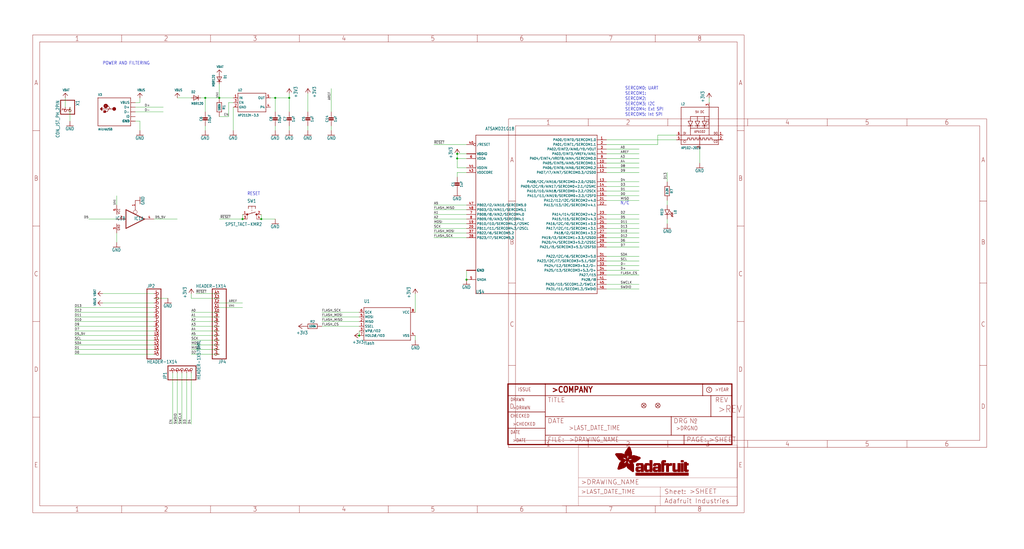
<source format=kicad_sch>
(kicad_sch (version 20211123) (generator eeschema)
  (paper "User" 557.53 299.161)
  (lib_symbols
    (symbol "eagleSchem-eagle-import:+3V3" (power)
      (property "Value" "+3V3" (at -2.54 -5.08 90))
      (symbol "+3V3_1_0"
        (pin power_in line (at 0 -2.54 90) (length 2.54) (name "+3V3") (number "1"))
      )
    )
    (symbol "eagleSchem-eagle-import:741G125DBV"
      (property "Reference" "IC" (at -0.635 -0.635 0))
      (symbol "741G125DBV_1_0"
        (pin input line (at 0 10.16 270) (length 5.08) (name "OE") (number "1"))
        (pin input line (at -10.16 0 0) (length 5.08) (name "I") (number "2"))
        (pin tri_state line (at 10.16 0 180) (length 5.08) (name "O") (number "4"))
      )
      (symbol "741G125DBV_2_0"
        (text "GND" (at 1.905 -6.35 900) (effects (font (size 1.27 1.0795)) (justify left bottom)))
        (text "VCC" (at 1.905 2.54 900) (effects (font (size 1.27 1.0795)) (justify left bottom)))
        (pin power_in line (at 0 -7.62 90) (length 5.08) (name "GND") (number "3"))
        (pin power_in line (at 0 7.62 270) (length 5.08) (name "VCC") (number "5"))
      )
    )
    (symbol "eagleSchem-eagle-import:APA1022020"
      (property "Value" "APA1022020" (at -10.16 -12.7 0))
      (symbol "APA1022020_1_0"
        (text "5V DC" (at 0 7.62 0) (effects (font (size 1.27 1.0795))))
        (text "APA102" (at 0 -3.175 0) (effects (font (size 1.27 1.0795))))
        (text "CI" (at -8.128 -8.636 0) (effects (font (size 1.27 1.0795))))
        (text "CO" (at 8.636 -8.636 0) (effects (font (size 1.27 1.0795))))
        (text "DI" (at -8.128 -4.064 0) (effects (font (size 1.27 1.0795))))
        (text "DO" (at 8.636 -4.064 0) (effects (font (size 1.27 1.0795))))
        (pin output line (at 12.7 -5.08 180) (length 2.54) (name "DO") (number "1"))
        (pin output line (at 12.7 -7.62 180) (length 2.54) (name "CKO") (number "2"))
        (pin power_in line (at 5.08 12.7 270) (length 2.54) (name "VDD") (number "3"))
        (pin power_in line (at 0 -12.7 90) (length 2.54) (name "GND") (number "4"))
        (pin input line (at -12.7 -7.62 0) (length 2.54) (name "CKI") (number "5"))
        (pin input line (at -12.7 -5.08 0) (length 2.54) (name "DI") (number "6"))
      )
    )
    (symbol "eagleSchem-eagle-import:ATSAMD21G_QFN"
      (property "Value" "ATSAMD21G_QFN" (at -15.24 40.64 0))
      (symbol "ATSAMD21G_QFN_1_0"
        (pin bidirectional line (at 50.8 35.56 180) (length 5.08) (name "PA00/EINT0/SERCOM1.0") (number "1"))
        (pin bidirectional line (at 50.8 22.86 180) (length 5.08) (name "PA05/EINT5/AIN5/SERCOM0.1") (number "10"))
        (pin bidirectional line (at 50.8 20.32 180) (length 5.08) (name "PA06/EINT6/AIN6/SERCOM0.2") (number "11"))
        (pin bidirectional line (at 50.8 17.78 180) (length 5.08) (name "PA07/I7/AIN7/SERCOM0.3/I2SD0") (number "12"))
        (pin bidirectional line (at 50.8 12.7 180) (length 5.08) (name "PA08/I2C/AIN16/SERCOM0+2.0/I2SD1") (number "13"))
        (pin bidirectional line (at 50.8 10.16 180) (length 5.08) (name "PA09/I2C/I9/AIN17/SERCOM0+2.1/I2SMC") (number "14"))
        (pin bidirectional line (at 50.8 7.62 180) (length 5.08) (name "PA10/I10/AIN18/SERCOM0+2.2/I2SCK") (number "15"))
        (pin bidirectional line (at 50.8 5.08 180) (length 5.08) (name "PA11/I11/AIN19/SERCOM0+2.3/I2SF0") (number "16"))
        (pin power_in line (at -25.4 27.94 0) (length 5.08) (name "VDDIO") (number "17"))
        (pin power_in line (at -25.4 -35.56 0) (length 5.08) (name "GND") (number "18"))
        (pin bidirectional line (at -25.4 -10.16 0) (length 5.08) (name "PB10/I10/SERCOM4.2/I2SMC") (number "19"))
        (pin bidirectional line (at 50.8 33.02 180) (length 5.08) (name "PA01/EINT1/SERCOM1.1") (number "2"))
        (pin bidirectional line (at -25.4 -12.7 0) (length 5.08) (name "PB11/I11/SERCOM4.3/I2SCL") (number "20"))
        (pin bidirectional line (at 50.8 2.54 180) (length 5.08) (name "PA12/I12/I2C/SERCOM2+4.0") (number "21"))
        (pin bidirectional line (at 50.8 0 180) (length 5.08) (name "PA13/I13/I2C/SERCOM2+4.1") (number "22"))
        (pin bidirectional line (at 50.8 -5.08 180) (length 5.08) (name "PA14/I14/SERCOM2+4.2") (number "23"))
        (pin bidirectional line (at 50.8 -7.62 180) (length 5.08) (name "PA15/I15/SERCOM2+4.3") (number "24"))
        (pin bidirectional line (at 50.8 -10.16 180) (length 5.08) (name "PA16/I2C/I0/SERCOM1+3.0") (number "25"))
        (pin bidirectional line (at 50.8 -12.7 180) (length 5.08) (name "PA17/I2C/I1/SERCOM1+3.1") (number "26"))
        (pin bidirectional line (at 50.8 -15.24 180) (length 5.08) (name "PA18/I2/SERCOM1+3.2") (number "27"))
        (pin bidirectional line (at 50.8 -17.78 180) (length 5.08) (name "PA19/I3/SERCOM1+3.3/I2SD0") (number "28"))
        (pin bidirectional line (at 50.8 -20.32 180) (length 5.08) (name "PA20/I4/SERCOM3+5.2/I2SSC") (number "29"))
        (pin bidirectional line (at 50.8 30.48 180) (length 5.08) (name "PA02/EINT2/AIN0/Y0/VOUT") (number "3"))
        (pin bidirectional line (at 50.8 -22.86 180) (length 5.08) (name "PA21/I5/SERCOM3+5.3/I2SFS0") (number "30"))
        (pin bidirectional line (at 50.8 -27.94 180) (length 5.08) (name "PA22/I2C/I6/SERCOM3+5.0") (number "31"))
        (pin bidirectional line (at 50.8 -30.48 180) (length 5.08) (name "PA23/I2C/I7/SERCOM3+5.1/SOF") (number "32"))
        (pin bidirectional line (at 50.8 -33.02 180) (length 5.08) (name "PA24/I12/SERCOM3+5.2/D-") (number "33"))
        (pin bidirectional line (at 50.8 -35.56 180) (length 5.08) (name "PA25/I13/SERCOM3+5.3/D+") (number "34"))
        (pin power_in line (at -25.4 -35.56 0) (length 5.08) (name "GND") (number "35"))
        (pin power_in line (at -25.4 27.94 0) (length 5.08) (name "VDDIO") (number "36"))
        (pin bidirectional line (at -25.4 -15.24 0) (length 5.08) (name "PB22/I6/SERCOM5.2") (number "37"))
        (pin bidirectional line (at -25.4 -17.78 0) (length 5.08) (name "PB23/I7/SERCOM5.3") (number "38"))
        (pin bidirectional line (at 50.8 -38.1 180) (length 5.08) (name "PA27/I15") (number "39"))
        (pin bidirectional line (at 50.8 27.94 180) (length 5.08) (name "PA03/EINT3/VREFA/AIN1") (number "4"))
        (pin bidirectional inverted (at -25.4 33.02 0) (length 5.08) (name "/RESET") (number "40"))
        (pin bidirectional line (at 50.8 -40.64 180) (length 5.08) (name "PA28/I8") (number "41"))
        (pin power_in line (at -25.4 -35.56 0) (length 5.08) (name "GND") (number "42"))
        (pin power_in line (at -25.4 17.78 0) (length 5.08) (name "VDDCORE") (number "43"))
        (pin power_in line (at -25.4 20.32 0) (length 5.08) (name "VDDIN") (number "44"))
        (pin bidirectional line (at 50.8 -43.18 180) (length 5.08) (name "PA30/I10/SECOM1.2/SWCLK") (number "45"))
        (pin bidirectional line (at 50.8 -45.72 180) (length 5.08) (name "PA31/I11/SECOM1.3/SWDIO") (number "46"))
        (pin bidirectional line (at -25.4 0 0) (length 5.08) (name "PB02/I2/AIN10/SERCOM5.0") (number "47"))
        (pin bidirectional line (at -25.4 -2.54 0) (length 5.08) (name "PB03/I3/AIN11/SERCOM5.1") (number "48"))
        (pin power_in line (at -25.4 -40.64 0) (length 5.08) (name "GNDA") (number "5"))
        (pin power_in line (at -25.4 25.4 0) (length 5.08) (name "VDDA") (number "6"))
        (pin bidirectional line (at -25.4 -5.08 0) (length 5.08) (name "PB08/I8/AIN2/SERCOM4.0") (number "7"))
        (pin bidirectional line (at -25.4 -7.62 0) (length 5.08) (name "PB09/I9/AIN3/SERCOM4.1") (number "8"))
        (pin bidirectional line (at 50.8 25.4 180) (length 5.08) (name "PA04/EINT4/VREFB/AIN4/SERCOM0.0") (number "9"))
        (pin power_in line (at -25.4 -35.56 0) (length 5.08) (name "GND") (number "THERMAL"))
      )
    )
    (symbol "eagleSchem-eagle-import:CAP_CERAMIC0603_NO"
      (property "Reference" "C" (at -2.29 1.25 90))
      (property "Value" "CAP_CERAMIC0603_NO" (at 2.3 1.25 90))
      (symbol "CAP_CERAMIC0603_NO_1_0"
        (pin passive line (at 0 5.08 270) (length 2.54) (name "1") (number "1"))
        (pin passive line (at 0 -2.54 90) (length 2.54) (name "2") (number "2"))
      )
    )
    (symbol "eagleSchem-eagle-import:CAP_CERAMIC0805-NOOUTLINE"
      (property "Reference" "C" (at -2.29 1.25 90))
      (property "Value" "CAP_CERAMIC0805-NOOUTLINE" (at 2.3 1.25 90))
      (symbol "CAP_CERAMIC0805-NOOUTLINE_1_0"
        (pin passive line (at 0 5.08 270) (length 2.54) (name "1") (number "1"))
        (pin passive line (at 0 -2.54 90) (length 2.54) (name "2") (number "2"))
      )
    )
    (symbol "eagleSchem-eagle-import:CON_JST_PH_2PIN"
      (property "Reference" "X" (at -6.35 5.715 0))
      (property "Value" "CON_JST_PH_2PIN" (at -6.35 -5.08 0))
      (symbol "CON_JST_PH_2PIN_1_0"
        (pin passive inverted (at -2.54 2.54 0) (length 2.54) (name "1") (number "1"))
        (pin passive inverted (at -2.54 0 0) (length 2.54) (name "2") (number "2"))
      )
    )
    (symbol "eagleSchem-eagle-import:DIODE_SOD-123FL"
      (property "Reference" "D" (at -2.54 2.54 0))
      (property "Value" "DIODE_SOD-123FL" (at -2.54 -3.81 0))
      (symbol "DIODE_SOD-123FL_1_0"
        (pin passive line (at -2.54 0 0) (length 2.54) (name "A") (number "A"))
        (pin passive line (at 2.54 0 180) (length 2.54) (name "C") (number "C"))
      )
    )
    (symbol "eagleSchem-eagle-import:FIDUCIAL_1MM")
    (symbol "eagleSchem-eagle-import:FRAME_A3_ADAFRUIT"
      (symbol "FRAME_A3_ADAFRUIT_0_0"
        (text "1" (at 24.2094 1.905 0) (effects (font (size 2.54 2.286))))
        (text "1" (at 24.2094 258.445 0) (effects (font (size 2.54 2.286))))
        (text "2" (at 72.6281 1.905 0) (effects (font (size 2.54 2.286))))
        (text "2" (at 72.6281 258.445 0) (effects (font (size 2.54 2.286))))
        (text "3" (at 121.0469 1.905 0) (effects (font (size 2.54 2.286))))
        (text "3" (at 121.0469 258.445 0) (effects (font (size 2.54 2.286))))
        (text "4" (at 169.4656 1.905 0) (effects (font (size 2.54 2.286))))
        (text "4" (at 169.4656 258.445 0) (effects (font (size 2.54 2.286))))
        (text "5" (at 217.8844 1.905 0) (effects (font (size 2.54 2.286))))
        (text "5" (at 217.8844 258.445 0) (effects (font (size 2.54 2.286))))
        (text "6" (at 266.3031 1.905 0) (effects (font (size 2.54 2.286))))
        (text "6" (at 266.3031 258.445 0) (effects (font (size 2.54 2.286))))
        (text "7" (at 314.7219 1.905 0) (effects (font (size 2.54 2.286))))
        (text "7" (at 314.7219 258.445 0) (effects (font (size 2.54 2.286))))
        (text "8" (at 363.1406 1.905 0) (effects (font (size 2.54 2.286))))
        (text "8" (at 363.1406 258.445 0) (effects (font (size 2.54 2.286))))
        (text "A" (at 1.905 234.315 0) (effects (font (size 2.54 2.286))))
        (text "A" (at 385.445 234.315 0) (effects (font (size 2.54 2.286))))
        (text "B" (at 1.905 182.245 0) (effects (font (size 2.54 2.286))))
        (text "B" (at 385.445 182.245 0) (effects (font (size 2.54 2.286))))
        (text "C" (at 1.905 130.175 0) (effects (font (size 2.54 2.286))))
        (text "C" (at 385.445 130.175 0) (effects (font (size 2.54 2.286))))
        (text "D" (at 1.905 78.105 0) (effects (font (size 2.54 2.286))))
        (text "D" (at 385.445 78.105 0) (effects (font (size 2.54 2.286))))
        (text "E" (at 1.905 26.035 0) (effects (font (size 2.54 2.286))))
        (text "E" (at 385.445 26.035 0) (effects (font (size 2.54 2.286))))
      )
      (symbol "FRAME_A3_ADAFRUIT_1_0"
        (text ">DRAWING_NAME" (at 298.45 15.24 0) (effects (font (size 2.54 2.54)) (justify left bottom)))
        (text ">LAST_DATE_TIME" (at 298.45 10.16 0) (effects (font (size 2.286 2.286)) (justify left bottom)))
        (text ">SHEET" (at 357.505 10.16 0) (effects (font (size 2.54 2.54)) (justify left bottom)))
        (text "Adafruit Industries" (at 343.916 4.953 0) (effects (font (size 2.54 2.54)) (justify left bottom)))
        (text "Sheet:" (at 343.916 10.033 0) (effects (font (size 2.54 2.54)) (justify left bottom)))
      )
    )
    (symbol "eagleSchem-eagle-import:FRAME_A4"
      (symbol "FRAME_A4_0_0"
        (text "1" (at 21.6958 1.905 0) (effects (font (size 2.54 2.286))))
        (text "1" (at 21.6958 177.165 0) (effects (font (size 2.54 2.286))))
        (text "2" (at 65.0875 1.905 0) (effects (font (size 2.54 2.286))))
        (text "2" (at 65.0875 177.165 0) (effects (font (size 2.54 2.286))))
        (text "3" (at 108.4792 1.905 0) (effects (font (size 2.54 2.286))))
        (text "3" (at 108.4792 177.165 0) (effects (font (size 2.54 2.286))))
        (text "4" (at 151.8708 1.905 0) (effects (font (size 2.54 2.286))))
        (text "4" (at 151.8708 177.165 0) (effects (font (size 2.54 2.286))))
        (text "5" (at 195.2625 1.905 0) (effects (font (size 2.54 2.286))))
        (text "5" (at 195.2625 177.165 0) (effects (font (size 2.54 2.286))))
        (text "6" (at 238.6542 1.905 0) (effects (font (size 2.54 2.286))))
        (text "6" (at 238.6542 177.165 0) (effects (font (size 2.54 2.286))))
        (text "A" (at 1.905 156.6863 0) (effects (font (size 2.54 2.286))))
        (text "A" (at 258.445 156.6863 0) (effects (font (size 2.54 2.286))))
        (text "B" (at 1.905 111.9188 0) (effects (font (size 2.54 2.286))))
        (text "B" (at 258.445 111.9188 0) (effects (font (size 2.54 2.286))))
        (text "C" (at 1.905 67.1513 0) (effects (font (size 2.54 2.286))))
        (text "C" (at 258.445 67.1513 0) (effects (font (size 2.54 2.286))))
        (text "D" (at 1.905 22.3838 0) (effects (font (size 2.54 2.286))))
        (text "D" (at 258.445 22.3838 0) (effects (font (size 2.54 2.286))))
      )
      (symbol "FRAME_A4_2_0"
        (text ">CHECKED" (at 2.2352 11.7348 0) (effects (font (size 1.778 1.5113)) (justify left bottom)))
        (text ">COMPANY" (at 23.349 29.6735 0) (effects (font (size 3.175 2.6987) (thickness 0.5397) bold) (justify left bottom)))
        (text ">DATE" (at 2.2352 2.8448 0) (effects (font (size 1.778 1.5113)) (justify left bottom)))
        (text ">DRAWING_NAME" (at 33.0327 2.8448 0) (effects (font (size 2.54 2.159)) (justify left bottom)))
        (text ">DRAWN" (at 2.2352 20.6248 0) (effects (font (size 1.778 1.5113)) (justify left bottom)))
        (text ">DRGNO" (at 91.1352 9.1948 0) (effects (font (size 2.1844 1.8567)) (justify left bottom)))
        (text ">LAST_DATE_TIME" (at 32.7152 9.1948 0) (effects (font (size 2.54 2.159)) (justify left bottom)))
        (text ">REV" (at 113.9952 18.7198 0) (effects (font (size 3.81 3.2385)) (justify left bottom)))
        (text ">SHEET" (at 108.9152 2.8448 0) (effects (font (size 2.54 2.54)) (justify left bottom)))
        (text ">YEAR" (at 112.4077 30.4673 0) (effects (font (size 1.778 1.5113)) (justify left bottom)))
        (text "C" (at 108.7564 30.7848 0) (effects (font (size 1.27 1.0795)) (justify left bottom)))
        (text "CHECKED" (at 0.9652 16.1798 0) (effects (font (size 1.778 1.5113)) (justify left bottom)))
        (text "DATE" (at 0.9652 7.2898 0) (effects (font (size 1.778 1.5113)) (justify left bottom)))
        (text "DATE" (at 21.2852 13.0048 0) (effects (font (size 2.54 2.54)) (justify left bottom)))
        (text "DRAWN" (at 0.9652 25.0698 0) (effects (font (size 1.778 1.5113)) (justify left bottom)))
        (text "DRG" (at 89.8652 13.0048 0) (effects (font (size 2.54 2.54)) (justify left bottom)))
        (text "FILE:" (at 21.2852 2.8448 0) (effects (font (size 2.54 2.54)) (justify left bottom)))
        (text "ISSUE" (at 5.0927 30.4673 0) (effects (font (size 1.9304 1.6408)) (justify left bottom)))
        (text "N" (at 98.4377 13.0048 0) (effects (font (size 2.54 2.54)) (justify left bottom)))
        (text "o" (at 100.9777 13.9573 0) (effects (font (size 2.1844 1.8567)) (justify left bottom)))
        (text "PAGE:" (at 96.8502 2.8448 0) (effects (font (size 2.54 2.54)) (justify left bottom)))
        (text "REV" (at 112.4077 24.4348 0) (effects (font (size 2.54 2.54)) (justify left bottom)))
        (text "TITLE" (at 21.2852 24.4348 0) (effects (font (size 2.54 2.54)) (justify left bottom)))
      )
    )
    (symbol "eagleSchem-eagle-import:GND" (power)
      (property "Value" "GND" (at -2.54 -2.54 0))
      (symbol "GND_1_0"
        (pin power_in line (at 0 2.54 270) (length 2.54) (name "GND") (number "1"))
      )
    )
    (symbol "eagleSchem-eagle-import:HEADER-1X14"
      (property "Reference" "JP" (at -6.35 20.955 0))
      (property "Value" "HEADER-1X14" (at -6.35 -20.32 0))
      (symbol "HEADER-1X14_1_0"
        (pin passive inverted (at -2.54 17.78 0) (length 2.54) (name "1") (number "1"))
        (pin passive inverted (at -2.54 -5.08 0) (length 2.54) (name "10") (number "10"))
        (pin passive inverted (at -2.54 -7.62 0) (length 2.54) (name "11") (number "11"))
        (pin passive inverted (at -2.54 -10.16 0) (length 2.54) (name "12") (number "12"))
        (pin passive inverted (at -2.54 -12.7 0) (length 2.54) (name "13") (number "13"))
        (pin passive inverted (at -2.54 -15.24 0) (length 2.54) (name "14") (number "14"))
        (pin passive inverted (at -2.54 15.24 0) (length 2.54) (name "2") (number "2"))
        (pin passive inverted (at -2.54 12.7 0) (length 2.54) (name "3") (number "3"))
        (pin passive inverted (at -2.54 10.16 0) (length 2.54) (name "4") (number "4"))
        (pin passive inverted (at -2.54 7.62 0) (length 2.54) (name "5") (number "5"))
        (pin passive inverted (at -2.54 5.08 0) (length 2.54) (name "6") (number "6"))
        (pin passive inverted (at -2.54 2.54 0) (length 2.54) (name "7") (number "7"))
        (pin passive inverted (at -2.54 0 0) (length 2.54) (name "8") (number "8"))
        (pin passive inverted (at -2.54 -2.54 0) (length 2.54) (name "9") (number "9"))
      )
    )
    (symbol "eagleSchem-eagle-import:HEADER-1X570MIL"
      (property "Reference" "JP" (at -6.35 8.255 0))
      (property "Value" "HEADER-1X570MIL" (at -6.35 -10.16 0))
      (symbol "HEADER-1X570MIL_1_0"
        (pin passive inverted (at -2.54 5.08 0) (length 2.54) (name "1") (number "1"))
        (pin passive inverted (at -2.54 2.54 0) (length 2.54) (name "2") (number "2"))
        (pin passive inverted (at -2.54 0 0) (length 2.54) (name "3") (number "3"))
        (pin passive inverted (at -2.54 -2.54 0) (length 2.54) (name "4") (number "4"))
        (pin passive inverted (at -2.54 -5.08 0) (length 2.54) (name "5") (number "5"))
      )
    )
    (symbol "eagleSchem-eagle-import:LED0805_NOOUTLINE"
      (property "Reference" "D" (at -1.27 4.445 0))
      (property "Value" "LED0805_NOOUTLINE" (at -1.27 -2.794 0))
      (symbol "LED0805_NOOUTLINE_1_0"
        (pin passive line (at -5.08 0 0) (length 2.54) (name "A") (number "A"))
        (pin passive line (at 2.54 0 180) (length 2.54) (name "C") (number "C"))
      )
    )
    (symbol "eagleSchem-eagle-import:RESISTOR_0603_NOOUT"
      (property "Reference" "R" (at 0 2.54 0))
      (property "Value" "RESISTOR_0603_NOOUT" (at 0 0 0))
      (symbol "RESISTOR_0603_NOOUT_1_0"
        (pin passive line (at -5.08 0 0) (length 2.54) (name "1") (number "1"))
        (pin passive line (at 5.08 0 180) (length 2.54) (name "2") (number "2"))
      )
    )
    (symbol "eagleSchem-eagle-import:SPIFLASH_8PINUX"
      (property "Reference" "U" (at -12.7 12.7 0))
      (property "Value" "SPIFLASH_8PINUX" (at -12.7 -10.16 0))
      (symbol "SPIFLASH_8PINUX_1_0"
        (pin bidirectional line (at -15.24 0 0) (length 2.54) (name "SSEL") (number "1"))
        (pin bidirectional line (at -15.24 2.54 0) (length 2.54) (name "MISO") (number "2"))
        (pin bidirectional line (at -15.24 -2.54 0) (length 2.54) (name "WP#/IO2") (number "3"))
        (pin bidirectional line (at 15.24 -5.08 180) (length 2.54) (name "VSS") (number "4"))
        (pin bidirectional line (at -15.24 5.08 0) (length 2.54) (name "MOSI") (number "5"))
        (pin bidirectional line (at -15.24 7.62 0) (length 2.54) (name "SCK") (number "6"))
        (pin bidirectional line (at -15.24 -5.08 0) (length 2.54) (name "HOLD#/IO3") (number "7"))
        (pin bidirectional line (at 15.24 7.62 180) (length 2.54) (name "VCC") (number "8"))
      )
    )
    (symbol "eagleSchem-eagle-import:SPST_TACT-KMR2"
      (property "Reference" "SW" (at -6.35 -2.54 90))
      (property "Value" "SPST_TACT-KMR2" (at -3.81 3.175 90))
      (symbol "SPST_TACT-KMR2_1_0"
        (pin passive line (at 0 -5.08 90) (length 2.54) (name "P") (number "1"))
        (pin passive line (at 0 5.08 270) (length 2.54) (name "S") (number "2"))
        (pin passive line (at 2.54 -5.08 90) (length 2.54) (name "P1") (number "3"))
        (pin passive line (at 2.54 5.08 270) (length 2.54) (name "S1") (number "4"))
      )
    )
    (symbol "eagleSchem-eagle-import:USB_MICRO_20329_V2"
      (property "Reference" "X" (at -10.16 8.636 0))
      (property "Value" "USB_MICRO_20329_V2" (at -10.16 -10.16 0))
      (symbol "USB_MICRO_20329_V2_1_0"
        (pin power_in line (at 10.16 -5.08 180) (length 2.54) (name "GND") (number "BASE@1"))
        (pin power_in line (at 10.16 -5.08 180) (length 2.54) (name "GND") (number "BASE@2"))
        (pin bidirectional line (at 10.16 2.54 180) (length 2.54) (name "D+") (number "D+"))
        (pin bidirectional line (at 10.16 0 180) (length 2.54) (name "D-") (number "D-"))
        (pin power_in line (at 10.16 -5.08 180) (length 2.54) (name "GND") (number "GND"))
        (pin bidirectional line (at 10.16 -2.54 180) (length 2.54) (name "ID") (number "ID"))
        (pin power_in line (at 10.16 -5.08 180) (length 2.54) (name "GND") (number "SPRT@1"))
        (pin power_in line (at 10.16 -5.08 180) (length 2.54) (name "GND") (number "SPRT@2"))
        (pin power_in line (at 10.16 -5.08 180) (length 2.54) (name "GND") (number "SPRT@3"))
        (pin power_in line (at 10.16 -5.08 180) (length 2.54) (name "GND") (number "SPRT@4"))
        (pin power_in line (at 10.16 5.08 180) (length 2.54) (name "VBUS") (number "VBUS"))
      )
    )
    (symbol "eagleSchem-eagle-import:VBAT" (power)
      (property "Value" "VBAT" (at -1.524 1.016 0))
      (symbol "VBAT_1_0"
        (pin power_in line (at 0 -2.54 90) (length 2.54) (name "VBAT") (number "1"))
      )
    )
    (symbol "eagleSchem-eagle-import:VBUS" (power)
      (property "Value" "VBUS" (at -1.524 1.016 0))
      (symbol "VBUS_1_0"
        (pin power_in line (at 0 -2.54 90) (length 2.54) (name "VBUS") (number "1"))
      )
    )
    (symbol "eagleSchem-eagle-import:VREG_SOT23-5"
      (property "Reference" "U" (at -7.62 6.096 0))
      (property "Value" "VREG_SOT23-5" (at -7.62 -7.62 0))
      (symbol "VREG_SOT23-5_1_0"
        (pin power_in line (at -10.16 2.54 0) (length 2.54) (name "IN") (number "1"))
        (pin power_in line (at -10.16 -2.54 0) (length 2.54) (name "GND") (number "2"))
        (pin input line (at -10.16 0 0) (length 2.54) (name "EN") (number "3"))
        (pin bidirectional line (at 10.16 -2.54 180) (length 2.54) (name "P4") (number "4"))
        (pin power_in line (at 10.16 2.54 180) (length 2.54) (name "OUT") (number "5"))
      )
    )
  )
  (junction (at 132.08 119.38))
  (junction (at 195.58 182.88))
  (junction (at 254 152.4))
  (junction (at 142.24 119.38))
  (junction (at 149.86 53.34))
  (junction (at 111.76 53.34))
  (junction (at 248.92 83.82))
  (junction (at 157.48 53.34))
  (junction (at 248.92 86.36))
  (junction (at 119.38 53.34))
  (wire (pts (xy 167.64 68.58) (xy 167.64 71.12)))
  (wire (pts (xy 83.82 165.1) (xy 55.88 165.1)))
  (wire (pts (xy 330.2 83.82) (xy 347.98 83.82)))
  (wire (pts (xy 180.34 60.96) (xy 180.34 48.26)))
  (wire (pts (xy 347.98 157.48) (xy 330.2 157.48)))
  (wire (pts (xy 83.82 167.64) (xy 40.64 167.64)))
  (wire (pts (xy 254 91.44) (xy 248.92 91.44)))
  (wire (pts (xy 358.14 73.66) (xy 368.3 73.66)))
  (wire (pts (xy 330.2 129.54) (xy 347.98 129.54)))
  (wire (pts (xy 127 58.42) (xy 127 71.12)))
  (wire (pts (xy 157.48 53.34) (xy 157.48 50.8)))
  (wire (pts (xy 254 127) (xy 236.22 127)))
  (wire (pts (xy 254 111.76) (xy 236.22 111.76)))
  (wire (pts (xy 254 114.3) (xy 236.22 114.3)))
  (wire (pts (xy 254 78.74) (xy 236.22 78.74)))
  (wire (pts (xy 330.2 132.08) (xy 347.98 132.08)))
  (wire (pts (xy 73.66 58.42) (xy 88.9 58.42)))
  (wire (pts (xy 226.06 160.02) (xy 226.06 170.18)))
  (wire (pts (xy 347.98 99.06) (xy 330.2 99.06)))
  (wire (pts (xy 254 83.82) (xy 248.92 83.82)))
  (wire (pts (xy 167.64 50.8) (xy 167.64 60.96)))
  (wire (pts (xy 88.9 60.96) (xy 73.66 60.96)))
  (wire (pts (xy 96.52 53.34) (xy 104.14 53.34)))
  (wire (pts (xy 119.38 45.72) (xy 119.38 53.34)))
  (wire (pts (xy 83.82 177.8) (xy 40.64 177.8)))
  (wire (pts (xy 149.86 119.38) (xy 142.24 119.38)))
  (wire (pts (xy 104.14 172.72) (xy 119.38 172.72)))
  (wire (pts (xy 119.38 53.34) (xy 127 53.34)))
  (wire (pts (xy 195.58 170.18) (xy 175.26 170.18)))
  (wire (pts (xy 254 121.92) (xy 236.22 121.92)))
  (wire (pts (xy 330.2 121.92) (xy 347.98 121.92)))
  (wire (pts (xy 347.98 127) (xy 330.2 127)))
  (wire (pts (xy 104.14 182.88) (xy 119.38 182.88)))
  (wire (pts (xy 347.98 147.32) (xy 330.2 147.32)))
  (wire (pts (xy 381 81.28) (xy 381 88.9)))
  (wire (pts (xy 248.92 86.36) (xy 248.92 83.82)))
  (wire (pts (xy 226.06 185.42) (xy 226.06 182.88)))
  (wire (pts (xy 119.38 170.18) (xy 104.14 170.18)))
  (wire (pts (xy 73.66 55.88) (xy 76.2 55.88)))
  (wire (pts (xy 101.6 203.2) (xy 101.6 231.14)))
  (wire (pts (xy 119.38 187.96) (xy 104.14 187.96)))
  (wire (pts (xy 119.38 119.38) (xy 132.08 119.38)))
  (wire (pts (xy 363.22 109.22) (xy 363.22 111.76)))
  (wire (pts (xy 96.52 119.38) (xy 83.82 119.38)))
  (wire (pts (xy 63.5 119.38) (xy 48.26 119.38)))
  (wire (pts (xy 330.2 78.74) (xy 358.14 78.74)))
  (wire (pts (xy 330.2 93.98) (xy 347.98 93.98)))
  (wire (pts (xy 40.64 187.96) (xy 83.82 187.96)))
  (wire (pts (xy 149.86 53.34) (xy 157.48 53.34)))
  (wire (pts (xy 55.88 160.02) (xy 83.82 160.02)))
  (wire (pts (xy 119.38 53.34) (xy 111.76 53.34)))
  (wire (pts (xy 111.76 68.58) (xy 111.76 71.12)))
  (wire (pts (xy 347.98 106.68) (xy 330.2 106.68)))
  (wire (pts (xy 73.66 66.04) (xy 76.2 66.04)))
  (wire (pts (xy 119.38 180.34) (xy 104.14 180.34)))
  (wire (pts (xy 63.5 106.68) (xy 63.5 111.76)))
  (wire (pts (xy 236.22 129.54) (xy 254 129.54)))
  (wire (pts (xy 236.22 124.46) (xy 254 124.46)))
  (wire (pts (xy 119.38 165.1) (xy 132.08 165.1)))
  (wire (pts (xy 254 93.98) (xy 248.92 93.98)))
  (wire (pts (xy 330.2 91.44) (xy 347.98 91.44)))
  (wire (pts (xy 93.98 203.2) (xy 93.98 231.14)))
  (wire (pts (xy 83.82 182.88) (xy 40.64 182.88)))
  (wire (pts (xy 83.82 172.72) (xy 40.64 172.72)))
  (wire (pts (xy 40.64 175.26) (xy 83.82 175.26)))
  (wire (pts (xy 330.2 86.36) (xy 347.98 86.36)))
  (wire (pts (xy 330.2 104.14) (xy 347.98 104.14)))
  (wire (pts (xy 119.38 185.42) (xy 104.14 185.42)))
  (wire (pts (xy 386.08 55.88) (xy 386.08 53.34)))
  (wire (pts (xy 104.14 160.02) (xy 104.14 162.56)))
  (wire (pts (xy 63.5 127) (xy 63.5 132.08)))
  (wire (pts (xy 40.64 180.34) (xy 83.82 180.34)))
  (wire (pts (xy 330.2 124.46) (xy 347.98 124.46)))
  (wire (pts (xy 175.26 177.8) (xy 195.58 177.8)))
  (wire (pts (xy 40.64 170.18) (xy 83.82 170.18)))
  (wire (pts (xy 157.48 68.58) (xy 157.48 71.12)))
  (wire (pts (xy 104.14 177.8) (xy 119.38 177.8)))
  (wire (pts (xy 248.92 93.98) (xy 248.92 96.52)))
  (wire (pts (xy 149.86 68.58) (xy 149.86 71.12)))
  (wire (pts (xy 330.2 154.94) (xy 347.98 154.94)))
  (wire (pts (xy 347.98 88.9) (xy 330.2 88.9)))
  (wire (pts (xy 157.48 53.34) (xy 157.48 60.96)))
  (wire (pts (xy 330.2 149.86) (xy 347.98 149.86)))
  (wire (pts (xy 363.22 119.38) (xy 363.22 121.92)))
  (wire (pts (xy 104.14 231.14) (xy 104.14 203.2)))
  (wire (pts (xy 363.22 99.06) (xy 363.22 93.98)))
  (wire (pts (xy 175.26 172.72) (xy 195.58 172.72)))
  (wire (pts (xy 330.2 134.62) (xy 347.98 134.62)))
  (wire (pts (xy 119.38 193.04) (xy 104.14 193.04)))
  (wire (pts (xy 330.2 144.78) (xy 347.98 144.78)))
  (wire (pts (xy 119.38 63.5) (xy 124.46 63.5)))
  (wire (pts (xy 76.2 55.88) (xy 76.2 53.34)))
  (wire (pts (xy 119.38 175.26) (xy 104.14 175.26)))
  (wire (pts (xy 330.2 101.6) (xy 347.98 101.6)))
  (wire (pts (xy 119.38 160.02) (xy 106.68 160.02)))
  (wire (pts (xy 149.86 60.96) (xy 149.86 53.34)))
  (wire (pts (xy 358.14 73.66) (xy 358.14 78.74)))
  (wire (pts (xy 124.46 55.88) (xy 127 55.88)))
  (wire (pts (xy 330.2 81.28) (xy 347.98 81.28)))
  (wire (pts (xy 180.34 71.12) (xy 180.34 68.58)))
  (wire (pts (xy 132.08 119.38) (xy 132.08 116.84)))
  (wire (pts (xy 330.2 109.22) (xy 347.98 109.22)))
  (wire (pts (xy 91.44 162.56) (xy 83.82 162.56)))
  (wire (pts (xy 40.64 193.04) (xy 83.82 193.04)))
  (wire (pts (xy 195.58 175.26) (xy 175.26 175.26)))
  (wire (pts (xy 76.2 66.04) (xy 76.2 71.12)))
  (wire (pts (xy 104.14 190.5) (xy 119.38 190.5)))
  (wire (pts (xy 104.14 162.56) (xy 119.38 162.56)))
  (wire (pts (xy 119.38 167.64) (xy 132.08 167.64)))
  (wire (pts (xy 124.46 63.5) (xy 124.46 55.88)))
  (wire (pts (xy 147.32 53.34) (xy 149.86 53.34)))
  (wire (pts (xy 96.52 203.2) (xy 96.52 231.14)))
  (wire (pts (xy 35.56 53.34) (xy 35.56 58.42)))
  (wire (pts (xy 254 147.32) (xy 254 152.4)))
  (wire (pts (xy 38.1 58.42) (xy 38.1 66.04)))
  (wire (pts (xy 330.2 116.84) (xy 347.98 116.84)))
  (wire (pts (xy 330.2 142.24) (xy 347.98 142.24)))
  (wire (pts (xy 236.22 119.38) (xy 254 119.38)))
  (wire (pts (xy 347.98 119.38) (xy 330.2 119.38)))
  (wire (pts (xy 142.24 116.84) (xy 142.24 119.38)))
  (wire (pts (xy 83.82 185.42) (xy 40.64 185.42)))
  (wire (pts (xy 111.76 53.34) (xy 111.76 60.96)))
  (wire (pts (xy 330.2 76.2) (xy 368.3 76.2)))
  (wire (pts (xy 330.2 139.7) (xy 347.98 139.7)))
  (wire (pts (xy 254 116.84) (xy 236.22 116.84)))
  (wire (pts (xy 254 86.36) (xy 248.92 86.36)))
  (wire (pts (xy 111.76 53.34) (xy 109.22 53.34)))
  (wire (pts (xy 195.58 180.34) (xy 195.58 182.88)))
  (wire (pts (xy 248.92 91.44) (xy 248.92 86.36)))
  (wire (pts (xy 83.82 190.5) (xy 40.64 190.5)))
  (wire (pts (xy 99.06 231.14) (xy 99.06 203.2)))
  (text "SERCOM0: UART\nSERCOM1:\nSERCOM2:\nSERCOM3: I2C\nSERCOM4: Ext SPI\nSERCOM5: Int SPI" (at 340.36 63.5 0) (effects (font (size 1.778 1.5113)) (justify left bottom)))
  (text "RESET" (at 134.62 106.68 180) (effects (font (size 1.778 1.5113)) (justify left bottom)))
  (text "N/C" (at 337.82 111.76 180) (effects (font (size 1.778 1.5113)) (justify left bottom)))
  (text "POWER AND FILTERING" (at 55.88 35.56 180) (effects (font (size 1.778 1.5113)) (justify left bottom)))
  (label "FLASH_SCK" (at 236.22 129.54 0) (effects (font (size 1.2446 1.2446))))
  (label "D9" (at 40.64 177.8 0) (effects (font (size 1.2446 1.2446))))
  (label "D2" (at 104.14 193.04 0) (effects (font (size 1.2446 1.2446))))
  (label "SCK" (at 236.22 124.46 0) (effects (font (size 1.2446 1.2446))))
  (label "D+" (at 337.82 147.32 0) (effects (font (size 1.2446 1.2446))))
  (label "SDA" (at 40.64 187.96 0) (effects (font (size 1.2446 1.2446))))
  (label "A0" (at 337.82 81.28 0) (effects (font (size 1.2446 1.2446))))
  (label "A3" (at 337.82 86.36 0) (effects (font (size 1.2446 1.2446))))
  (label "~{RESET}" (at 106.68 160.02 0) (effects (font (size 1.2446 1.2446))))
  (label "SWCLK" (at 99.06 231.14 90) (effects (font (size 1.2446 1.2446))))
  (label "FLASH_MISO" (at 236.22 114.3 0) (effects (font (size 1.2446 1.2446))))
  (label "A4" (at 337.82 88.9 0) (effects (font (size 1.2446 1.2446))))
  (label "D12" (at 337.82 129.54 0) (effects (font (size 1.2446 1.2446))))
  (label "MOSI" (at 104.14 187.96 0) (effects (font (size 1.2446 1.2446))))
  (label "MOSI" (at 236.22 121.92 0) (effects (font (size 1.2446 1.2446))))
  (label "A4" (at 104.14 180.34 0) (effects (font (size 1.2446 1.2446))))
  (label "D10" (at 40.64 175.26 0) (effects (font (size 1.2446 1.2446))))
  (label "D11" (at 40.64 172.72 0) (effects (font (size 1.2446 1.2446))))
  (label "D0" (at 337.82 106.68 0) (effects (font (size 1.2446 1.2446))))
  (label "A0" (at 104.14 170.18 0) (effects (font (size 1.2446 1.2446))))
  (label "D4" (at 104.14 231.14 90) (effects (font (size 1.2446 1.2446))))
  (label "VHI" (at 119.38 53.34 90) (effects (font (size 1.2446 1.2446))))
  (label "SCL" (at 337.82 142.24 0) (effects (font (size 1.2446 1.2446))))
  (label "AREF" (at 124.46 165.1 0) (effects (font (size 1.2446 1.2446))))
  (label "EN" (at 121.92 63.5 0) (effects (font (size 1.2446 1.2446))))
  (label "FLASH_MOSI" (at 175.26 172.72 0) (effects (font (size 1.2446 1.2446))))
  (label "D+" (at 78.74 58.42 0) (effects (font (size 1.2446 1.2446))))
  (label "~{RESET}" (at 236.22 78.74 0) (effects (font (size 1.2446 1.2446))))
  (label "FLASH_MISO" (at 175.26 175.26 0) (effects (font (size 1.2446 1.2446))))
  (label "D12" (at 40.64 170.18 0) (effects (font (size 1.2446 1.2446))))
  (label "EN" (at 93.98 231.14 90) (effects (font (size 1.2446 1.2446))))
  (label "A1" (at 236.22 116.84 0) (effects (font (size 1.2446 1.2446))))
  (label "VHI" (at 63.5 111.76 90) (effects (font (size 1.2446 1.2446))))
  (label "A1" (at 104.14 172.72 0) (effects (font (size 1.2446 1.2446))))
  (label "SCK" (at 104.14 185.42 0) (effects (font (size 1.2446 1.2446))))
  (label "D7" (at 40.64 180.34 0) (effects (font (size 1.2446 1.2446))))
  (label "SWDIO" (at 96.52 231.14 90) (effects (font (size 1.2446 1.2446))))
  (label "D1" (at 40.64 190.5 0) (effects (font (size 1.2446 1.2446))))
  (label "D5_5V" (at 40.64 182.88 0) (effects (font (size 1.2446 1.2446))))
  (label "D6" (at 337.82 132.08 0) (effects (font (size 1.2446 1.2446))))
  (label "FLASH_SCK" (at 175.26 170.18 0) (effects (font (size 1.2446 1.2446))))
  (label "MISO" (at 104.14 190.5 0) (effects (font (size 1.2446 1.2446))))
  (label "D8" (at 337.82 91.44 0) (effects (font (size 1.2446 1.2446))))
  (label "A3" (at 104.14 177.8 0) (effects (font (size 1.2446 1.2446))))
  (label "SWDIO" (at 337.82 157.48 0) (effects (font (size 1.2446 1.2446))))
  (label "D4" (at 337.82 99.06 0) (effects (font (size 1.2446 1.2446))))
  (label "D5_5V" (at 90.17 119.38 180) (effects (font (size 1.2446 1.2446))))
  (label "D-" (at 78.74 60.96 0) (effects (font (size 1.2446 1.2446))))
  (label "D7" (at 337.82 134.62 0) (effects (font (size 1.2446 1.2446))))
  (label "FLASH_MOSI" (at 236.22 127 0) (effects (font (size 1.2446 1.2446))))
  (label "FLASH_CS" (at 175.26 177.8 0) (effects (font (size 1.2446 1.2446))))
  (label "D-" (at 337.82 144.78 0) (effects (font (size 1.2446 1.2446))))
  (label "~{RESET}" (at 125.73 119.38 180) (effects (font (size 1.2446 1.2446))))
  (label "AREF" (at 180.34 54.61 90) (effects (font (size 1.2446 1.2446))))
  (label "MISO" (at 337.82 109.22 0) (effects (font (size 1.2446 1.2446))))
  (label "D2" (at 337.82 116.84 0) (effects (font (size 1.2446 1.2446))))
  (label "FLASH_CS" (at 337.82 149.86 0) (effects (font (size 1.2446 1.2446))))
  (label "D11" (at 337.82 121.92 0) (effects (font (size 1.2446 1.2446))))
  (label "A5" (at 104.14 182.88 0) (effects (font (size 1.2446 1.2446))))
  (label "D0" (at 40.64 193.04 0) (effects (font (size 1.2446 1.2446))))
  (label "D3" (at 101.6 231.14 90) (effects (font (size 1.2446 1.2446))))
  (label "A2" (at 236.22 119.38 0) (effects (font (size 1.2446 1.2446))))
  (label "D1" (at 337.82 104.14 0) (effects (font (size 1.2446 1.2446))))
  (label "D13" (at 337.82 124.46 0) (effects (font (size 1.2446 1.2446))))
  (label "D13" (at 40.64 167.64 0) (effects (font (size 1.2446 1.2446))))
  (label "AREF" (at 337.82 83.82 0) (effects (font (size 1.2446 1.2446))))
  (label "A5" (at 236.22 111.76 0) (effects (font (size 1.2446 1.2446))))
  (label "SWCLK" (at 337.82 154.94 0) (effects (font (size 1.2446 1.2446))))
  (label "VHI" (at 124.46 167.64 0) (effects (font (size 1.2446 1.2446))))
  (label "SDA" (at 337.82 139.7 0) (effects (font (size 1.2446 1.2446))))
  (label "D5" (at 337.82 119.38 0) (effects (font (size 1.2446 1.2446))))
  (label "D13" (at 363.22 93.98 270) (effects (font (size 1.2446 1.2446))))
  (label "A2" (at 104.14 175.26 0) (effects (font (size 1.2446 1.2446))))
  (label "D9" (at 337.82 93.98 0) (effects (font (size 1.2446 1.2446))))
  (label "D3" (at 337.82 101.6 0) (effects (font (size 1.2446 1.2446))))
  (label "D5" (at 48.26 119.38 180) (effects (font (size 1.2446 1.2446))))
  (label "D10" (at 337.82 127 0) (effects (font (size 1.2446 1.2446))))
  (label "SCL" (at 40.64 185.42 0) (effects (font (size 1.2446 1.2446))))
  (symbol (lib_id "eagleSchem-eagle-import:VBUS") (at 53.34 165.1 90) (unit 1)
    (property "Reference" "#U$19" (effects hide))
    (property "Value" "VBUS" (at 52.324 166.624 0) (effects (font (size 1.27 1.0795)) (justify left bottom)))
    (property "Footprint" "eagleSchem:" (effects hide))
  )
  (symbol (lib_id "eagleSchem-eagle-import:RESISTOR_0603_NOOUT") (at 170.18 177.8 0) (unit 1)
    (property "Reference" "R2" (at 170.18 175.26 0))
    (property "Value" "100k" (at 170.18 177.8 0) (effects (font (size 1.016 1.016) bold)))
    (property "Footprint" "eagleSchem:0603-NO" (effects hide))
  )
  (symbol (lib_id "eagleSchem-eagle-import:VBAT") (at 35.56 50.8 0) (unit 1)
    (property "Reference" "#U$12" (effects hide))
    (property "Value" "VBAT" (at 34.036 49.784 0) (effects (font (size 1.27 1.0795)) (justify left bottom)))
    (property "Footprint" "eagleSchem:" (effects hide))
  )
  (symbol (lib_id "eagleSchem-eagle-import:RESISTOR_0603_NOOUT") (at 119.38 58.42 270) (unit 1)
    (property "Reference" "R1" (at 121.92 58.42 0))
    (property "Value" "100k" (at 119.38 58.42 0) (effects (font (size 1.016 1.016) bold)))
    (property "Footprint" "eagleSchem:0603-NO" (effects hide))
  )
  (symbol (lib_id "eagleSchem-eagle-import:USB_MICRO_20329_V2") (at 63.5 60.96 0) (unit 1)
    (property "Reference" "X3" (at 53.34 52.324 0) (effects (font (size 1.27 1.0795)) (justify left bottom)))
    (property "Value" "microUSB" (at 53.34 71.12 0) (effects (font (size 1.27 1.0795)) (justify left bottom)))
    (property "Footprint" "eagleSchem:4UCONN_20329_V2" (effects hide))
  )
  (symbol (lib_id "eagleSchem-eagle-import:VBUS") (at 96.52 50.8 0) (unit 1)
    (property "Reference" "#U$3" (effects hide))
    (property "Value" "VBUS" (at 94.996 49.784 0) (effects (font (size 1.27 1.0795)) (justify left bottom)))
    (property "Footprint" "eagleSchem:" (effects hide))
  )
  (symbol (lib_id "eagleSchem-eagle-import:CAP_CERAMIC0603_NO") (at 180.34 66.04 0) (unit 1)
    (property "Reference" "C14" (at 178.05 64.79 90))
    (property "Value" "1uF" (at 182.64 64.79 90))
    (property "Footprint" "eagleSchem:0603-NO" (effects hide))
  )
  (symbol (lib_id "eagleSchem-eagle-import:GND") (at 76.2 73.66 0) (unit 1)
    (property "Reference" "#GND1" (effects hide))
    (property "Value" "GND" (at 73.66 76.2 0) (effects (font (size 1.778 1.5113)) (justify left bottom)))
    (property "Footprint" "eagleSchem:" (effects hide))
  )
  (symbol (lib_id "eagleSchem-eagle-import:FIDUCIAL_1MM") (at 358.14 220.98 0) (unit 1)
    (property "Reference" "U$34" (effects hide))
    (property "Value" "FIDUCIAL_1MM" (effects hide))
    (property "Footprint" "eagleSchem:FIDUCIAL_1MM" (effects hide))
  )
  (symbol (lib_id "eagleSchem-eagle-import:GND") (at 149.86 73.66 0) (unit 1)
    (property "Reference" "#U$29" (effects hide))
    (property "Value" "GND" (at 147.32 76.2 0) (effects (font (size 1.778 1.5113)) (justify left bottom)))
    (property "Footprint" "eagleSchem:" (effects hide))
  )
  (symbol (lib_id "eagleSchem-eagle-import:FRAME_A4") (at 276.86 243.84 0) (unit 2)
    (property "Reference" "#FRAME1" (effects hide))
    (property "Value" "FRAME_A4" (effects hide))
    (property "Footprint" "eagleSchem:" (effects hide))
  )
  (symbol (lib_id "eagleSchem-eagle-import:GND") (at 76.2 109.22 90) (unit 1)
    (property "Reference" "#GND3" (effects hide))
    (property "Value" "GND" (at 78.74 111.76 0) (effects (font (size 1.778 1.5113)) (justify left bottom)))
    (property "Footprint" "eagleSchem:" (effects hide))
  )
  (symbol (lib_id "eagleSchem-eagle-import:VBUS") (at 76.2 50.8 0) (unit 1)
    (property "Reference" "#U$1" (effects hide))
    (property "Value" "VBUS" (at 74.676 49.784 0) (effects (font (size 1.27 1.0795)) (justify left bottom)))
    (property "Footprint" "eagleSchem:" (effects hide))
  )
  (symbol (lib_id "eagleSchem-eagle-import:HEADER-1X14") (at 116.84 175.26 180) (unit 1)
    (property "Reference" "JP4" (at 123.19 196.215 0) (effects (font (size 1.778 1.5113)) (justify left bottom)))
    (property "Value" "HEADER-1X14" (at 123.19 154.94 0) (effects (font (size 1.778 1.5113)) (justify left bottom)))
    (property "Footprint" "eagleSchem:1X14_ROUND70" (effects hide))
  )
  (symbol (lib_id "eagleSchem-eagle-import:FIDUCIAL_1MM") (at 350.52 220.98 0) (unit 1)
    (property "Reference" "U$35" (effects hide))
    (property "Value" "FIDUCIAL_1MM" (effects hide))
    (property "Footprint" "eagleSchem:FIDUCIAL_1MM" (effects hide))
  )
  (symbol (lib_id "eagleSchem-eagle-import:CAP_CERAMIC0603_NO") (at 157.48 66.04 0) (unit 1)
    (property "Reference" "C7" (at 155.19 64.79 90))
    (property "Value" "1uF" (at 159.78 64.79 90))
    (property "Footprint" "eagleSchem:0603-NO" (effects hide))
  )
  (symbol (lib_id "eagleSchem-eagle-import:GND") (at 91.44 165.1 0) (unit 1)
    (property "Reference" "#GND2" (effects hide))
    (property "Value" "GND" (at 88.9 167.64 0) (effects (font (size 1.778 1.5113)) (justify left bottom)))
    (property "Footprint" "eagleSchem:" (effects hide))
  )
  (symbol (lib_id "eagleSchem-eagle-import:FRAME_A3_ADAFRUIT") (at 17.78 279.4 0) (unit 1)
    (property "Reference" "#U$7" (effects hide))
    (property "Value" "FRAME_A3_ADAFRUIT" (effects hide))
    (property "Footprint" "eagleSchem:" (effects hide))
  )
  (symbol (lib_id "eagleSchem-eagle-import:GND") (at 180.34 73.66 0) (mirror y) (unit 1)
    (property "Reference" "#GND12" (effects hide))
    (property "Value" "GND" (at 182.88 76.2 0) (effects (font (size 1.778 1.5113)) (justify left bottom)))
    (property "Footprint" "eagleSchem:" (effects hide))
  )
  (symbol (lib_id "eagleSchem-eagle-import:GND") (at 111.76 73.66 0) (unit 1)
    (property "Reference" "#U$27" (effects hide))
    (property "Value" "GND" (at 109.22 76.2 0) (effects (font (size 1.778 1.5113)) (justify left bottom)))
    (property "Footprint" "eagleSchem:" (effects hide))
  )
  (symbol (lib_id "eagleSchem-eagle-import:SPST_TACT-KMR2") (at 137.16 116.84 270) (unit 1)
    (property "Reference" "SW1" (at 134.62 110.49 90) (effects (font (size 1.778 1.5113)) (justify left bottom)))
    (property "Value" "SPST_TACT-KMR2" (at 122.555 123.19 90) (effects (font (size 1.778 1.5113)) (justify left bottom)))
    (property "Footprint" "eagleSchem:KMR2" (effects hide))
  )
  (symbol (lib_id "eagleSchem-eagle-import:+3V3") (at 193.04 182.88 90) (unit 1)
    (property "Reference" "#+3V6" (effects hide))
    (property "Value" "+3V3" (at 198.12 185.42 90) (effects (font (size 1.778 1.5113)) (justify left bottom)))
    (property "Footprint" "eagleSchem:" (effects hide))
  )
  (symbol (lib_id "eagleSchem-eagle-import:SPIFLASH_8PINUX") (at 210.82 177.8 0) (unit 1)
    (property "Reference" "U1" (at 198.12 165.1 0) (effects (font (size 1.778 1.5113)) (justify left bottom)))
    (property "Value" "flash" (at 198.12 187.96 0) (effects (font (size 1.778 1.5113)) (justify left bottom)))
    (property "Footprint" "eagleSchem:USON8" (effects hide))
  )
  (symbol (lib_id "eagleSchem-eagle-import:GND") (at 363.22 124.46 0) (mirror y) (unit 1)
    (property "Reference" "#GND10" (effects hide))
    (property "Value" "GND" (at 365.76 127 0) (effects (font (size 1.778 1.5113)) (justify left bottom)))
    (property "Footprint" "eagleSchem:" (effects hide))
  )
  (symbol (lib_id "eagleSchem-eagle-import:HEADER-1X14") (at 86.36 177.8 0) (unit 1)
    (property "Reference" "JP2" (at 80.01 156.845 0) (effects (font (size 1.778 1.5113)) (justify left bottom)))
    (property "Value" "HEADER-1X14" (at 80.01 198.12 0) (effects (font (size 1.778 1.5113)) (justify left bottom)))
    (property "Footprint" "eagleSchem:1X14_ROUND70" (effects hide))
  )
  (symbol (lib_id "eagleSchem-eagle-import:+3V3") (at 162.56 177.8 90) (unit 1)
    (property "Reference" "#+3V8" (effects hide))
    (property "Value" "+3V3" (at 167.64 180.34 90) (effects (font (size 1.778 1.5113)) (justify left bottom)))
    (property "Footprint" "eagleSchem:" (effects hide))
  )
  (symbol (lib_id "eagleSchem-eagle-import:GND") (at 157.48 73.66 0) (unit 1)
    (property "Reference" "#U$28" (effects hide))
    (property "Value" "GND" (at 154.94 76.2 0) (effects (font (size 1.778 1.5113)) (justify left bottom)))
    (property "Footprint" "eagleSchem:" (effects hide))
  )
  (symbol (lib_id "eagleSchem-eagle-import:ATSAMD21G_QFN") (at 279.4 111.76 0) (unit 1)
    (property "Reference" "U$4" (at 259.08 160.02 0) (effects (font (size 1.778 1.5113)) (justify left bottom)))
    (property "Value" "ATSAMD21G18" (at 264.16 71.12 0) (effects (font (size 1.778 1.5113)) (justify left bottom)))
    (property "Footprint" "eagleSchem:TQFN48_7MM" (effects hide))
  )
  (symbol (lib_id "eagleSchem-eagle-import:LED0805_NOOUTLINE") (at 363.22 116.84 270) (unit 1)
    (property "Reference" "L0" (at 367.665 115.57 0))
    (property "Value" "RED" (at 360.426 115.57 0))
    (property "Footprint" "eagleSchem:CHIPLED_0805_NOOUTLINE" (effects hide))
  )
  (symbol (lib_id "eagleSchem-eagle-import:GND") (at 38.1 68.58 0) (unit 1)
    (property "Reference" "#U$8" (effects hide))
    (property "Value" "GND" (at 35.56 71.12 0) (effects (font (size 1.778 1.5113)) (justify left bottom)))
    (property "Footprint" "eagleSchem:" (effects hide))
  )
  (symbol (lib_id "eagleSchem-eagle-import:+3V3") (at 226.06 157.48 0) (unit 1)
    (property "Reference" "#+3V7" (effects hide))
    (property "Value" "+3V3" (at 223.52 162.56 90) (effects (font (size 1.778 1.5113)) (justify left bottom)))
    (property "Footprint" "eagleSchem:" (effects hide))
  )
  (symbol (lib_id "eagleSchem-eagle-import:CAP_CERAMIC0805-NOOUTLINE") (at 149.86 66.04 0) (unit 1)
    (property "Reference" "C8" (at 147.57 64.79 90))
    (property "Value" "10µF" (at 152.16 64.79 90))
    (property "Footprint" "eagleSchem:0805-NO" (effects hide))
  )
  (symbol (lib_id "eagleSchem-eagle-import:+3V3") (at 386.08 50.8 0) (unit 1)
    (property "Reference" "#+3V5" (effects hide))
    (property "Value" "+3V3" (at 383.54 55.88 90) (effects (font (size 1.778 1.5113)) (justify left bottom)))
    (property "Footprint" "eagleSchem:" (effects hide))
  )
  (symbol (lib_id "eagleSchem-eagle-import:+3V3") (at 248.92 81.28 0) (unit 1)
    (property "Reference" "#+3V3" (effects hide))
    (property "Value" "+3V3" (at 246.38 86.36 90) (effects (font (size 1.778 1.5113)) (justify left bottom)))
    (property "Footprint" "eagleSchem:" (effects hide))
  )
  (symbol (lib_id "eagleSchem-eagle-import:+3V3") (at 157.48 48.26 0) (mirror y) (unit 1)
    (property "Reference" "#+3V4" (effects hide))
    (property "Value" "+3V3" (at 160.02 53.34 90) (effects (font (size 1.778 1.5113)) (justify left bottom)))
    (property "Footprint" "eagleSchem:" (effects hide))
  )
  (symbol (lib_id "eagleSchem-eagle-import:DIODE_SOD-123FL") (at 119.38 43.18 270) (unit 1)
    (property "Reference" "D1" (at 121.92 40.64 0) (effects (font (size 1.27 1.0795)) (justify left bottom)))
    (property "Value" "MBR120" (at 115.57 40.64 0) (effects (font (size 1.27 1.0795)) (justify left bottom)))
    (property "Footprint" "eagleSchem:SOD-123FL" (effects hide))
  )
  (symbol (lib_id "eagleSchem-eagle-import:GND") (at 254 154.94 0) (unit 1)
    (property "Reference" "#U$5" (effects hide))
    (property "Value" "GND" (at 251.46 157.48 0) (effects (font (size 1.778 1.5113)) (justify left bottom)))
    (property "Footprint" "eagleSchem:" (effects hide))
  )
  (symbol (lib_id "eagleSchem-eagle-import:GND") (at 149.86 121.92 0) (unit 1)
    (property "Reference" "#GND7" (effects hide))
    (property "Value" "GND" (at 147.32 124.46 0) (effects (font (size 1.778 1.5113)) (justify left bottom)))
    (property "Footprint" "eagleSchem:" (effects hide))
  )
  (symbol (lib_id "eagleSchem-eagle-import:741G125DBV") (at 73.66 119.38 0) (unit 1)
    (property "Reference" "IC1" (at 73.025 120.015 0) (effects (font (size 1.778 1.5113)) (justify left bottom)))
    (property "Value" "74HCT1G125" (effects hide))
    (property "Footprint" "eagleSchem:SOT23-5" (effects hide))
  )
  (symbol (lib_id "eagleSchem-eagle-import:GND") (at 381 91.44 0) (unit 1)
    (property "Reference" "#U$10" (effects hide))
    (property "Value" "GND" (at 378.46 93.98 0) (effects (font (size 1.778 1.5113)) (justify left bottom)))
    (property "Footprint" "eagleSchem:" (effects hide))
  )
  (symbol (lib_id "eagleSchem-eagle-import:RESISTOR_0603_NOOUT") (at 363.22 104.14 270) (unit 1)
    (property "Reference" "R7" (at 365.76 104.14 0))
    (property "Value" "2.2K" (at 363.22 104.14 0) (effects (font (size 1.016 1.016) bold)))
    (property "Footprint" "eagleSchem:0603-NO" (effects hide))
  )
  (symbol (lib_id "eagleSchem-eagle-import:VBAT") (at 119.38 38.1 0) (unit 1)
    (property "Reference" "#U$2" (effects hide))
    (property "Value" "VBAT" (at 117.856 37.084 0) (effects (font (size 1.27 1.0795)) (justify left bottom)))
    (property "Footprint" "eagleSchem:" (effects hide))
  )
  (symbol (lib_id "eagleSchem-eagle-import:CON_JST_PH_2PIN") (at 35.56 60.96 270) (unit 1)
    (property "Reference" "X1" (at 41.275 54.61 0) (effects (font (size 1.778 1.5113)) (justify left bottom)))
    (property "Value" "CON_JST_PH_2PIN" (at 30.48 54.61 0) (effects (font (size 1.778 1.5113)) (justify left bottom)))
    (property "Footprint" "eagleSchem:JSTPH2" (effects hide))
  )
  (symbol (lib_id "eagleSchem-eagle-import:+3V3") (at 167.64 48.26 0) (mirror y) (unit 1)
    (property "Reference" "#+3V2" (effects hide))
    (property "Value" "+3V3" (at 170.18 53.34 90) (effects (font (size 1.778 1.5113)) (justify left bottom)))
    (property "Footprint" "eagleSchem:" (effects hide))
  )
  (symbol (lib_id "eagleSchem-eagle-import:CAP_CERAMIC0603_NO") (at 248.92 101.6 0) (unit 1)
    (property "Reference" "C1" (at 246.63 100.35 90))
    (property "Value" "1uF" (at 251.22 100.35 90))
    (property "Footprint" "eagleSchem:0603-NO" (effects hide))
  )
  (symbol (lib_id "eagleSchem-eagle-import:CAP_CERAMIC0603_NO") (at 167.64 66.04 0) (unit 1)
    (property "Reference" "C5" (at 165.35 64.79 90))
    (property "Value" "1uF" (at 169.94 64.79 90))
    (property "Footprint" "eagleSchem:0603-NO" (effects hide))
  )
  (symbol (lib_id "eagleSchem-eagle-import:HEADER-1X570MIL") (at 99.06 200.66 90) (unit 1)
    (property "Reference" "JP1" (at 90.805 207.01 0) (effects (font (size 1.778 1.5113)) (justify left bottom)))
    (property "Value" "HEADER-1X570MIL" (at 109.22 207.01 0) (effects (font (size 1.778 1.5113)) (justify left bottom)))
    (property "Footprint" "eagleSchem:1X05_ROUND_70" (effects hide))
  )
  (symbol (lib_id "eagleSchem-eagle-import:GND") (at 226.06 187.96 0) (mirror y) (unit 1)
    (property "Reference" "#GND8" (effects hide))
    (property "Value" "GND" (at 228.6 190.5 0) (effects (font (size 1.778 1.5113)) (justify left bottom)))
    (property "Footprint" "eagleSchem:" (effects hide))
  )
  (symbol (lib_id "eagleSchem-eagle-import:GND") (at 63.5 134.62 0) (unit 1)
    (property "Reference" "#GND5" (effects hide))
    (property "Value" "GND" (at 60.96 137.16 0) (effects (font (size 1.778 1.5113)) (justify left bottom)))
    (property "Footprint" "eagleSchem:" (effects hide))
  )
  (symbol (lib_id "eagleSchem-eagle-import:GND") (at 167.64 73.66 0) (unit 1)
    (property "Reference" "#U$11" (effects hide))
    (property "Value" "GND" (at 165.1 76.2 0) (effects (font (size 1.778 1.5113)) (justify left bottom)))
    (property "Footprint" "eagleSchem:" (effects hide))
  )
  (symbol (lib_id "eagleSchem-eagle-import:GND") (at 248.92 106.68 0) (unit 1)
    (property "Reference" "#U$6" (effects hide))
    (property "Value" "GND" (at 246.38 109.22 0) (effects (font (size 1.778 1.5113)) (justify left bottom)))
    (property "Footprint" "eagleSchem:" (effects hide))
  )
  (symbol (lib_id "eagleSchem-eagle-import:VBAT") (at 53.34 160.02 90) (unit 1)
    (property "Reference" "#U$20" (effects hide))
    (property "Value" "VBAT" (at 52.324 161.544 0) (effects (font (size 1.27 1.0795)) (justify left bottom)))
    (property "Footprint" "eagleSchem:" (effects hide))
  )
  (symbol (lib_id "eagleSchem-eagle-import:+3V3") (at 104.14 157.48 0) (unit 1)
    (property "Reference" "#+3V1" (effects hide))
    (property "Value" "+3V3" (at 101.6 162.56 90) (effects (font (size 1.778 1.5113)) (justify left bottom)))
    (property "Footprint" "eagleSchem:" (effects hide))
  )
  (symbol (lib_id "eagleSchem-eagle-import:GND") (at 127 73.66 0) (unit 1)
    (property "Reference" "#U$30" (effects hide))
    (property "Value" "GND" (at 124.46 76.2 0) (effects (font (size 1.778 1.5113)) (justify left bottom)))
    (property "Footprint" "eagleSchem:" (effects hide))
  )
  (symbol (lib_id "eagleSchem-eagle-import:VREG_SOT23-5") (at 137.16 55.88 0) (unit 1)
    (property "Reference" "U2" (at 129.54 49.784 0) (effects (font (size 1.27 1.0795)) (justify left bottom)))
    (property "Value" "AP2112K-3.3" (at 129.54 63.5 0) (effects (font (size 1.27 1.0795)) (justify left bottom)))
    (property "Footprint" "eagleSchem:SOT23-5" (effects hide))
  )
  (symbol (lib_id "eagleSchem-eagle-import:DIODE_SOD-123FL") (at 106.68 53.34 0) (unit 1)
    (property "Reference" "D2" (at 104.14 50.8 0) (effects (font (size 1.27 1.0795)) (justify left bottom)))
    (property "Value" "MBR120" (at 104.14 57.15 0) (effects (font (size 1.27 1.0795)) (justify left bottom)))
    (property "Footprint" "eagleSchem:SOD-123FL" (effects hide))
  )
  (symbol (lib_id "eagleSchem-eagle-import:CAP_CERAMIC0805-NOOUTLINE") (at 111.76 66.04 0) (unit 1)
    (property "Reference" "C6" (at 109.47 64.79 90))
    (property "Value" "10µF" (at 114.06 64.79 90))
    (property "Footprint" "eagleSchem:0805-NO" (effects hide))
  )
  (symbol (lib_id "eagleSchem-eagle-import:741G125DBV") (at 63.5 119.38 0) (unit 2)
    (property "Reference" "IC1" (at 62.865 120.015 0) (effects (font (size 1.778 1.5113)) (justify left bottom)))
    (property "Value" "74HCT1G125" (effects hide))
    (property "Footprint" "eagleSchem:SOT23-5" (effects hide))
  )
  (symbol (lib_id "eagleSchem-eagle-import:APA1022020") (at 381 68.58 0) (unit 1)
    (property "Reference" "L2" (at 370.84 57.404 0) (effects (font (size 1.27 1.0795)) (justify left bottom)))
    (property "Value" "AP102-2020" (at 370.84 81.28 0) (effects (font (size 1.27 1.0795)) (justify left bottom)))
    (property "Footprint" "eagleSchem:APA102_2020" (effects hide))
  )
)
</source>
